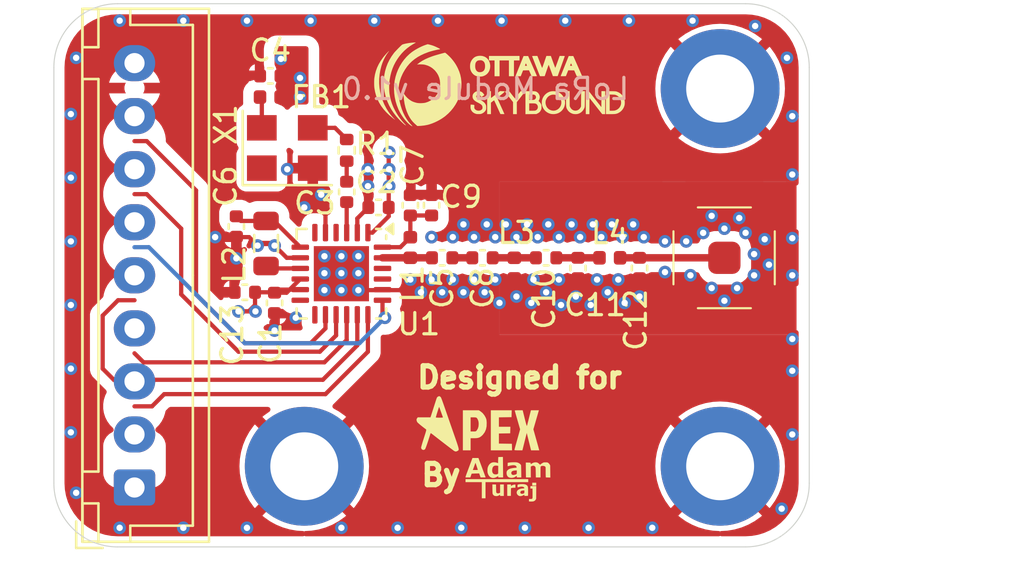
<source format=kicad_pcb>
(kicad_pcb (version 20241229) (generator "pcbnew") (generator_version "9.0")
  (layers (0 "F.Cu" signal) (4 "In1.Cu" signal) (6 "In2.Cu" signal) (2 "B.Cu" signal) (13 "F.Paste" user) (15 "B.Paste" user) (5 "F.SilkS" user "F.Silkscreen") (7 "B.SilkS" user "B.Silkscreen") (1 "F.Mask" user) (3 "B.Mask" user) (25 "Edge.Cuts" user))
  (net 0 "")
  (net 1 "GND")
  (net 2 "+3V3")
  (net 3 "Net-(U1-VR_PA)")
  (net 4 "Net-(U1-XTA)")
  (net 5 "Net-(C3-Pad2)")
  (net 6 "Net-(U1-VREG)")
  (net 7 "Net-(U1-RFO)")
  (net 8 "Net-(C5-Pad2)")
  (net 9 "Net-(C10-Pad1)")
  (net 10 "Net-(C10-Pad2)")
  (net 11 "/RF_CS")
  (net 12 "/RF_MISO")
  (net 13 "/RF_RESET")
  (net 14 "/RF_SCK")
  (net 15 "/RF_MOSI")
  (net 16 "Net-(U1-DCC_SW)")
  (net 17 "Net-(X1-OUT)")
  (net 19 "/RF_INT")
  (net 21 "/RF_BUSY")
  (net 26 "Net-(J1-In)")
  (net 27 "Net-(X1-Vcc)")
  (footprint "Inductor_SMD:L_0402_1005Metric" (layer "F.Cu") (at 138.9 91.66 -90)
    (property "Reference" "L3" (at -1.66 -0.1 180) (layer "F.SilkS"))
    (property "Value" "17nH")
    (pad "1" smd roundrect (at -0.485 0 270) (size 0.59 0.64) (layers "F.Cu" "F.Mask" "F.Paste") (net 9 "Net-(C10-Pad1)"))
    (pad "2" smd roundrect (at 0.485 0 270) (size 0.59 0.64) (layers "F.Cu" "F.Mask" "F.Paste") (net 1 "GND"))
  )
  (footprint "Capacitor_SMD:C_0402_1005Metric" (layer "F.Cu") (at 137.4 91.175)
    (property "Reference" "C8" (at 0 1.425 90) (layer "F.SilkS"))
    (property "Value" "1.5pF")
    (pad "1" smd roundrect (at -0.48 0) (size 0.56 0.62) (layers "F.Cu" "F.Mask" "F.Paste") (net 8 "Net-(C5-Pad2)"))
    (pad "2" smd roundrect (at 0.48 0) (size 0.56 0.62) (layers "F.Cu" "F.Mask" "F.Paste") (net 9 "Net-(C10-Pad1)"))
  )
  (footprint "Package_DFN_QFN:QFN-24-1EP_4x4mm_P0.5mm_EP2.6x2.6mm" (layer "F.Cu") (at 130.75 91.925 -90)
    (property "Reference" "U1" (at 2.375 -3.65 180) (layer "F.SilkS"))
    (property "Value" "SX1262IMLTRT")
    (pad "1" smd roundrect (at -1.9375 -1.25 270) (size 0.825 0.25) (layers "F.Cu" "F.Mask" "F.Paste") (net 2 "+3V3"))
    (pad "2" smd roundrect (at -1.9375 -0.75 270) (size 0.825 0.25) (layers "F.Cu" "F.Mask" "F.Paste") (net 1 "GND"))
    (pad "3" smd roundrect (at -1.9375 -0.25 270) (size 0.825 0.25) (layers "F.Cu" "F.Mask" "F.Paste") (net 4 "Net-(U1-XTA)"))
    (pad "4" smd roundrect (at -1.9375 0.25 270) (size 0.825 0.25) (layers "F.Cu" "F.Mask" "F.Paste"))
    (pad "5" smd roundrect (at -1.9375 0.75 270) (size 0.825 0.25) (layers "F.Cu" "F.Mask" "F.Paste") (net 1 "GND"))
    (pad "6" smd roundrect (at -1.9375 1.25 270) (size 0.825 0.25) (layers "F.Cu" "F.Mask" "F.Paste"))
    (pad "7" smd roundrect (at -1.25 1.9375 270) (size 0.25 0.825) (layers "F.Cu" "F.Mask" "F.Paste") (net 6 "Net-(U1-VREG)"))
    (pad "8" smd roundrect (at -0.75 1.9375 270) (size 0.25 0.825) (layers "F.Cu" "F.Mask" "F.Paste") (net 1 "GND"))
    (pad "9" smd roundrect (at -0.25 1.9375 270) (size 0.25 0.825) (layers "F.Cu" "F.Mask" "F.Paste") (net 16 "Net-(U1-DCC_SW)"))
    (pad "10" smd roundrect (at 0.25 1.9375 270) (size 0.25 0.825) (layers "F.Cu" "F.Mask" "F.Paste") (net 2 "+3V3"))
    (pad "11" smd roundrect (at 0.75 1.9375 270) (size 0.25 0.825) (layers "F.Cu" "F.Mask" "F.Paste") (net 2 "+3V3"))
    (pad "12" smd roundrect (at 1.25 1.9375 270) (size 0.25 0.825) (layers "F.Cu" "F.Mask" "F.Paste"))
    (pad "13" smd roundrect (at 1.9375 1.25 270) (size 0.825 0.25) (layers "F.Cu" "F.Mask" "F.Paste") (net 19 "/RF_INT"))
    (pad "14" smd roundrect (at 1.9375 0.75 270) (size 0.825 0.25) (layers "F.Cu" "F.Mask" "F.Paste") (net 21 "/RF_BUSY"))
    (pad "15" smd roundrect (at 1.9375 0.25 270) (size 0.825 0.25) (layers "F.Cu" "F.Mask" "F.Paste") (net 13 "/RF_RESET"))
    (pad "16" smd roundrect (at 1.9375 -0.25 270) (size 0.825 0.25) (layers "F.Cu" "F.Mask" "F.Paste") (net 12 "/RF_MISO"))
    (pad "17" smd roundrect (at 1.9375 -0.75 270) (size 0.825 0.25) (layers "F.Cu" "F.Mask" "F.Paste") (net 15 "/RF_MOSI"))
    (pad "18" smd roundrect (at 1.9375 -1.25 270) (size 0.825 0.25) (layers "F.Cu" "F.Mask" "F.Paste") (net 14 "/RF_SCK"))
    (pad "19" smd roundrect (at 1.25 -1.9375 270) (size 0.25 0.825) (layers "F.Cu" "F.Mask" "F.Paste") (net 11 "/RF_CS"))
    (pad "20" smd roundrect (at 0.75 -1.9375 270) (size 0.25 0.825) (layers "F.Cu" "F.Mask" "F.Paste") (net 1 "GND"))
    (pad "21" smd roundrect (at 0.25 -1.9375 270) (size 0.25 0.825) (layers "F.Cu" "F.Mask" "F.Paste"))
    (pad "22" smd roundrect (at -0.25 -1.9375 270) (size 0.25 0.825) (layers "F.Cu" "F.Mask" "F.Paste"))
    (pad "23" smd roundrect (at -0.75 -1.9375 270) (size 0.25 0.825) (layers "F.Cu" "F.Mask" "F.Paste") (net 7 "Net-(U1-RFO)"))
    (pad "24" smd roundrect (at -1.25 -1.9375 270) (size 0.25 0.825) (layers "F.Cu" "F.Mask" "F.Paste") (net 3 "Net-(U1-VR_PA)"))
    (pad "25" smd rect (at 0 0 270) (size 2.6 2.6) (property pad_prop_heatsink) (layers "F.Cu" "F.Mask") (net 1 "GND"))
  )
  (footprint "Silkscreen:ApexLogo" (layer "F.Cu") (at 138.4 98.633301)
    (property "Reference" "G***" (hide yes))
    (property "Value" "LOGO" (hide yes))
  )
  (footprint "Inductor_SMD:L_0805_2012Metric" (layer "F.Cu") (at 127.2 90.5 90)
    (property "Reference" "L2" (at -1 -1.5 270) (layer "F.SilkS"))
    (property "Value" "15uH")
    (pad "1" smd roundrect (at -1.0625 0 90) (size 0.875 1.2) (layers "F.Cu" "F.Mask" "F.Paste") (net 16 "Net-(U1-DCC_SW)"))
    (pad "2" smd roundrect (at 1.0625 0 90) (size 0.875 1.2) (layers "F.Cu" "F.Mask" "F.Paste") (net 6 "Net-(U1-VREG)"))
  )
  (footprint "Inductor_SMD:L_0402_1005Metric" (layer "F.Cu") (at 127.4 83.6 180)
    (property "Reference" "FB1" (at -2.4 0 0) (layer "F.SilkS"))
    (property "Value" "200R@100MHz")
    (pad "1" smd roundrect (at -0.485 0 180) (size 0.59 0.64) (layers "F.Cu" "F.Mask" "F.Paste") (net 2 "+3V3"))
    (pad "2" smd roundrect (at 0.485 0 180) (size 0.59 0.64) (layers "F.Cu" "F.Mask" "F.Paste") (net 27 "Net-(X1-Vcc)"))
  )
  (footprint "Capacitor_SMD:C_0402_1005Metric" (layer "F.Cu") (at 132.5 88.8 180)
    (property "Reference" "C2" (at 0.1 1.2 180) (layer "F.SilkS"))
    (property "Value" "0.1uF")
    (pad "1" smd roundrect (at -0.48 0 180) (size 0.56 0.62) (layers "F.Cu" "F.Mask" "F.Paste") (net 2 "+3V3"))
    (pad "2" smd roundrect (at 0.48 0 180) (size 0.56 0.62) (layers "F.Cu" "F.Mask" "F.Paste") (net 1 "GND"))
  )
  (footprint "Capacitor_SMD:C_0402_1005Metric" (layer "F.Cu") (at 144.8 91.655 -90)
    (property "Reference" "C12" (at 2.445 0.18 270) (layer "F.SilkS"))
    (property "Value" "27pF")
    (pad "1" smd roundrect (at -0.48 0 270) (size 0.56 0.62) (layers "F.Cu" "F.Mask" "F.Paste") (net 26 "Net-(J1-In)"))
    (pad "2" smd roundrect (at 0.48 0 270) (size 0.56 0.62) (layers "F.Cu" "F.Mask" "F.Paste") (net 1 "GND"))
  )
  (footprint "Capacitor_SMD:C_0402_1005Metric" (layer "F.Cu") (at 135 88.7 -90)
    (property "Reference" "C9" (at -0.4 -1.4 180) (layer "F.SilkS"))
    (property "Value" "47nF")
    (pad "1" smd roundrect (at -0.48 0 270) (size 0.56 0.62) (layers "F.Cu" "F.Mask" "F.Paste") (net 1 "GND"))
    (pad "2" smd roundrect (at 0.48 0 270) (size 0.56 0.62) (layers "F.Cu" "F.Mask" "F.Paste") (net 3 "Net-(U1-VR_PA)"))
  )
  (footprint "MountingHole:MountingHole_3.2mm_M3_DIN965_Pad" (layer "F.Cu") (at 148.6 83.2)
    (property "Reference" "REF**" (hide yes))
    (property "Value" "MountingHole_3.2mm_M3_DIN965_Pad")
    (pad "1" thru_hole circle (at 0 0) (size 5.6 5.6) (drill 3.2) (layers "*.Cu" "*.Mask") (net 1 "GND"))
  )
  (footprint "Capacitor_SMD:C_0402_1005Metric" (layer "F.Cu") (at 127.6 93.3 -90)
    (property "Reference" "C1" (at 1.9 0.2 90) (layer "F.SilkS"))
    (property "Value" "0.1uF")
    (pad "1" smd roundrect (at -0.48 0 270) (size 0.56 0.62) (layers "F.Cu" "F.Mask" "F.Paste") (net 2 "+3V3"))
    (pad "2" smd roundrect (at 0.48 0 270) (size 0.56 0.62) (layers "F.Cu" "F.Mask" "F.Paste") (net 1 "GND"))
  )
  (footprint "Connector_Coaxial:SMA_Molex_0732511353_Vertical" (layer "F.Cu") (at 148.8 91.175)
    (property "Reference" "J1" (hide yes))
    (property "Value" "Conn_Coaxial")
    (pad "1" smd roundrect (at 0 0) (size 1.52 1.52) (layers "F.Cu" "F.Mask" "F.Paste") (net 26 "Net-(J1-In)"))
    (pad "2" smd roundrect (at -2.375 -2.375) (size 1.905 1.905) (layers "F.Cu" "F.Mask" "F.Paste") (net 1 "GND"))
    (pad "2" smd roundrect (at -2.375 2.375) (size 1.905 1.905) (layers "F.Cu" "F.Mask" "F.Paste") (net 1 "GND"))
    (pad "2" smd roundrect (at 2.375 -2.375) (size 1.905 1.905) (layers "F.Cu" "F.Mask" "F.Paste") (net 1 "GND"))
    (pad "2" smd roundrect (at 2.375 2.375) (size 1.905 1.905) (layers "F.Cu" "F.Mask" "F.Paste") (net 1 "GND"))
  )
  (footprint "Capacitor_SMD:C_0402_1005Metric" (layer "F.Cu") (at 134 88.7 -90)
    (property "Reference" "C7" (at -1.9 -0.1 270) (layer "F.SilkS"))
    (property "Value" "47pF")
    (pad "1" smd roundrect (at -0.48 0 270) (size 0.56 0.62) (layers "F.Cu" "F.Mask" "F.Paste") (net 1 "GND"))
    (pad "2" smd roundrect (at 0.48 0 270) (size 0.56 0.62) (layers "F.Cu" "F.Mask" "F.Paste") (net 3 "Net-(U1-VR_PA)"))
  )
  (footprint "Capacitor_SMD:C_0402_1005Metric" (layer "F.Cu") (at 125.8 89.7 -90)
    (property "Reference" "C6" (at -1.9 0.5 270) (layer "F.SilkS"))
    (property "Value" "0.47uF")
    (pad "1" smd roundrect (at -0.48 0 270) (size 0.56 0.62) (layers "F.Cu" "F.Mask" "F.Paste") (net 6 "Net-(U1-VREG)"))
    (pad "2" smd roundrect (at 0.48 0 270) (size 0.56 0.62) (layers "F.Cu" "F.Mask" "F.Paste") (net 1 "GND"))
  )
  (footprint "Resistor_SMD:R_0402_1005Metric" (layer "F.Cu") (at 131 86.11 -90)
    (property "Reference" "R1" (at -0.31 -1.4 0) (layer "F.SilkS"))
    (property "Value" "220R")
    (pad "1" smd roundrect (at -0.51 0 270) (size 0.54 0.64) (layers "F.Cu" "F.Mask" "F.Paste") (net 17 "Net-(X1-OUT)"))
    (pad "2" smd roundrect (at 0.51 0 270) (size 0.54 0.64) (layers "F.Cu" "F.Mask" "F.Paste") (net 5 "Net-(C3-Pad2)"))
  )
  (footprint "Oscillator:Oscillator_SMD_SeikoEpson_SG8002CE-4Pin_3.2x2.5mm" (layer "F.Cu") (at 128.2 86)
    (property "Reference" "X1" (at -2.9 -1.1 90) (layer "F.SilkS"))
    (property "Value" "32MHz")
    (pad "1" smd rect (at -1.2 0.95) (size 1.4 1.2) (layers "F.Cu" "F.Mask" "F.Paste"))
    (pad "2" smd rect (at 1.2 0.95) (size 1.4 1.2) (layers "F.Cu" "F.Mask" "F.Paste") (net 1 "GND"))
    (pad "3" smd rect (at 1.2 -0.95) (size 1.4 1.2) (layers "F.Cu" "F.Mask" "F.Paste") (net 17 "Net-(X1-OUT)"))
    (pad "4" smd rect (at -1.2 -0.95) (size 1.4 1.2) (layers "F.Cu" "F.Mask" "F.Paste") (net 27 "Net-(X1-Vcc)"))
  )
  (footprint "Inductor_SMD:L_0402_1005Metric" (layer "F.Cu") (at 143.4 91.175)
    (property "Reference" "L4" (at 0 -1.17 0) (layer "F.SilkS"))
    (property "Value" "10nH")
    (pad "1" smd roundrect (at -0.485 0) (size 0.59 0.64) (layers "F.Cu" "F.Mask" "F.Paste") (net 10 "Net-(C10-Pad2)"))
    (pad "2" smd roundrect (at 0.485 0) (size 0.59 0.64) (layers "F.Cu" "F.Mask" "F.Paste") (net 26 "Net-(J1-In)"))
  )
  (footprint "Capacitor_SMD:C_0402_1005Metric" (layer "F.Cu") (at 140.4 91.175)
    (property "Reference" "C10" (at -0.1 1.925 90) (layer "F.SilkS"))
    (property "Value" "3.9pF")
    (pad "1" smd roundrect (at -0.48 0) (size 0.56 0.62) (layers "F.Cu" "F.Mask" "F.Paste") (net 9 "Net-(C10-Pad1)"))
    (pad "2" smd roundrect (at 0.48 0) (size 0.56 0.62) (layers "F.Cu" "F.Mask" "F.Paste") (net 10 "Net-(C10-Pad2)"))
  )
  (footprint "Capacitor_SMD:C_0402_1005Metric" (layer "F.Cu") (at 141.9 91.655 90)
    (property "Reference" "C11" (at -1.745 0.8 180) (layer "F.SilkS"))
    (property "Value" "27pF")
    (pad "1" smd roundrect (at -0.48 0 90) (size 0.56 0.62) (layers "F.Cu" "F.Mask" "F.Paste") (net 1 "GND"))
    (pad "2" smd roundrect (at 0.48 0 90) (size 0.56 0.62) (layers "F.Cu" "F.Mask" "F.Paste") (net 10 "Net-(C10-Pad2)"))
  )
  (footprint "Symbol:Logo" (layer "F.Cu") (at 138.6 101.6)
    (property "Reference" "G***" (hide yes))
    (property "Value" "LOGO" (hide yes))
  )
  (footprint "Capacitor_SMD:C_0402_1005Metric" (layer "F.Cu") (at 126.2 92.8 180)
    (property "Reference" "C13" (at 0.6 -2 270) (layer "F.SilkS"))
    (property "Value" "10uF")
    (pad "1" smd roundrect (at -0.48 0 180) (size 0.56 0.62) (layers "F.Cu" "F.Mask" "F.Paste") (net 2 "+3V3"))
    (pad "2" smd roundrect (at 0.48 0 180) (size 0.56 0.62) (layers "F.Cu" "F.Mask" "F.Paste") (net 1 "GND"))
  )
  (footprint "Silkscreen:TeamLogo" (layer "F.Cu") (at 138.589182 84.258461)
    (property "Reference" "G***" (hide yes))
    (property "Value" "LOGO" (hide yes))
  )
  (footprint "Inductor_SMD:L_0402_1005Metric" (layer "F.Cu") (at 134 90.69 -90)
    (property "Reference" "L1" (at 1.71 -0.1 90) (layer "F.SilkS"))
    (property "Value" "47nH")
    (pad "1" smd roundrect (at -0.485 0 270) (size 0.59 0.64) (layers "F.Cu" "F.Mask" "F.Paste") (net 3 "Net-(U1-VR_PA)"))
    (pad "2" smd roundrect (at 0.485 0 270) (size 0.59 0.64) (layers "F.Cu" "F.Mask" "F.Paste") (net 7 "Net-(U1-RFO)"))
  )
  (footprint "Capacitor_SMD:C_0402_1005Metric" (layer "F.Cu") (at 131 88.07 90)
    (property "Reference" "C3" (at -0.53 -1.5 0) (layer "F.SilkS"))
    (property "Value" "10pF")
    (pad "1" smd roundrect (at -0.48 0 90) (size 0.56 0.62) (layers "F.Cu" "F.Mask" "F.Paste") (net 4 "Net-(U1-XTA)"))
    (pad "2" smd roundrect (at 0.48 0 90) (size 0.56 0.62) (layers "F.Cu" "F.Mask" "F.Paste") (net 5 "Net-(C3-Pad2)"))
  )
  (footprint "MountingHole:MountingHole_3.2mm_M3_DIN965_Pad" (layer "F.Cu") (at 129 101)
    (property "Reference" "REF**" (hide yes))
    (property "Value" "MountingHole_3.2mm_M3_DIN965_Pad")
    (pad "1" thru_hole circle (at 0 0) (size 5.6 5.6) (drill 3.2) (layers "*.Cu" "*.Mask") (net 1 "GND"))
  )
  (footprint "MountingHole:MountingHole_3.2mm_M3_DIN965_Pad" (layer "F.Cu") (at 148.6 101)
    (property "Reference" "REF**" (hide yes))
    (property "Value" "MountingHole_3.2mm_M3_DIN965_Pad")
    (pad "1" thru_hole circle (at 0 0) (size 5.6 5.6) (drill 3.2) (layers "*.Cu" "*.Mask") (net 1 "GND"))
  )
  (footprint "Capacitor_SMD:C_0402_1005Metric" (layer "F.Cu") (at 135.5 91.175)
    (property "Reference" "C5" (at 0 1.425 270) (layer "F.SilkS"))
    (property "Value" "10pF")
    (pad "1" smd roundrect (at -0.48 0) (size 0.56 0.62) (layers "F.Cu" "F.Mask" "F.Paste") (net 7 "Net-(U1-RFO)"))
    (pad "2" smd roundrect (at 0.48 0) (size 0.56 0.62) (layers "F.Cu" "F.Mask" "F.Paste") (net 8 "Net-(C5-Pad2)"))
  )
  (footprint "Capacitor_SMD:C_0402_1005Metric" (layer "F.Cu") (at 127.4 82.6 180)
    (property "Reference" "C4" (at 0 1.2 0) (layer "F.SilkS"))
    (property "Value" "0.1uF")
    (pad "1" smd roundrect (at -0.48 0 180) (size 0.56 0.62) (layers "F.Cu" "F.Mask" "F.Paste") (net 2 "+3V3"))
    (pad "2" smd roundrect (at 0.48 0 180) (size 0.56 0.62) (layers "F.Cu" "F.Mask" "F.Paste") (net 1 "GND"))
  )
  (footprint "Connector_JST:JST_XH_B9B-XH-A_1x09_P2.50mm_Vertical" (layer "F.Cu") (at 121 102 90)
    (property "Reference" "J2" (hide yes))
    (property "Value" "Conn_MB")
    (pad "1" thru_hole roundrect (at 0 0 90) (size 1.7 1.95) (drill 0.95) (layers "*.Cu" "*.Mask") (roundrect_rratio 0.147059) (net 2 "+3V3"))
    (pad "2" thru_hole oval (at 2.5 0 90) (size 1.7 1.95) (drill 0.95) (layers "*.Cu" "*.Mask") (net 14 "/RF_SCK"))
    (pad "3" thru_hole oval (at 5 0 90) (size 1.7 1.95) (drill 0.95) (layers "*.Cu" "*.Mask") (net 12 "/RF_MISO"))
    (pad "4" thru_hole oval (at 7.5 0 90) (size 1.7 1.95) (drill 0.95) (layers "*.Cu" "*.Mask") (net 15 "/RF_MOSI"))
    (pad "5" thru_hole oval (at 10 0 90) (size 1.7 1.95) (drill 0.95) (layers "*.Cu" "*.Mask") (net 11 "/RF_CS"))
    (pad "6" thru_hole oval (at 12.5 0 90) (size 1.7 1.95) (drill 0.95) (layers "*.Cu" "*.Mask") (net 13 "/RF_RESET"))
    (pad "7" thru_hole oval (at 15 0 90) (size 1.7 1.95) (drill 0.95) (layers "*.Cu" "*.Mask") (net 21 "/RF_BUSY"))
    (pad "8" thru_hole oval (at 17.5 0 90) (size 1.7 1.95) (drill 0.95) (layers "*.Cu" "*.Mask") (net 19 "/RF_INT"))
    (pad "9" thru_hole oval (at 20 0 90) (size 1.7 1.95) (drill 0.95) (layers "*.Cu" "*.Mask") (net 1 "GND"))
  )
  (gr_line (start 120.2 104.8) (end 149.8 104.8) (stroke (width 0.05)) (layer "Edge.Cuts"))
  (gr_line (start 120.2 79.2) (end 149.8 79.2) (stroke (width 0.05)) (layer "Edge.Cuts"))
  (gr_arc (start 120.2 104.8) (mid 118.07868 103.92132) (end 117.2 101.8) (stroke (width 0.05)) (layer "Edge.Cuts"))
  (gr_arc (start 152.8 101.8) (mid 151.92132 103.92132) (end 149.8 104.8) (stroke (width 0.05)) (layer "Edge.Cuts"))
  (gr_arc (start 149.8 79.2) (mid 151.92132 80.07868) (end 152.8 82.2) (stroke (width 0.05)) (layer "Edge.Cuts"))
  (gr_line (start 117.2 82.2) (end 117.2 101.8) (stroke (width 0.05)) (layer "Edge.Cuts"))
  (gr_line (start 152.8 82.2) (end 152.8 101.8) (stroke (width 0.05)) (layer "Edge.Cuts"))
  (gr_arc (start 117.2 82.2) (mid 118.07868 80.07868) (end 120.2 79.2) (stroke (width 0.05)) (layer "Edge.Cuts"))
  (gr_text "Designed for" (at 134.2 97.4 0) (layer "F.SilkS") (effects (font (size 1 1) (thickness 0.25) (bold yes)) (justify left bottom)))
  (gr_text "By" (at 134.4 102 0) (layer "F.SilkS") (effects (font (size 1 1) (thickness 0.25) (bold yes)) (justify left bottom)))
  (gr_text "LoRa Module v1.0" (at 144.4 83.8 0) (layer "B.SilkS") (effects (font (size 1 1)) (justify left bottom mirror)))
  (segment (start 132 88.78) (end 132.02 88.8) (width 0.2) (layer "F.Cu") (net 1))
  (segment (start 131.5 89.9875) (end 131.5 89.32) (width 0.2) (layer "F.Cu") (net 1))
  (segment (start 128.175 91.175) (end 127.6 90.6) (width 0.2) (layer "F.Cu") (net 1))
  (segment (start 132 87) (end 132 88.78) (width 0.2) (layer "F.Cu") (net 1))
  (segment (start 126.4 90.2) (end 126.8 90.6) (width 0.2) (layer "F.Cu") (net 1))
  (segment (start 130 88.4) (end 129.8 88.2) (width 0.2) (layer "F.Cu") (net 1))
  (segment (start 131.55 92.7) (end 133.5 92.7) (width 0.2) (layer "F.Cu") (net 1))
  (segment (start 131.5 89.32) (end 132.02 88.8) (width 0.2) (layer "F.Cu") (net 1))
  (segment (start 124.8 90.2) (end 126.4 90.2) (width 0.2) (layer "F.Cu") (net 1))
  (segment (start 133.5 92.7) (end 134 92.2) (width 0.2) (layer "F.Cu") (net 1))
  (segment (start 130 89.9875) (end 130 88.4) (width 0.2) (layer "F.Cu") (net 1))
  (segment (start 128.8125 91.175) (end 128.175 91.175) (width 0.2) (layer "F.Cu") (net 1))
  (via (at 141.8 93) (size 0.6) (drill 0.3) (layers "F.Cu" "B.Cu") (net 1))
  (via (at 126.8 90.6) (size 0.6) (drill 0.3) (layers "F.Cu" "B.Cu") (net 1))
  (via (at 142.4 103.9) (size 0.6) (drill 0.3) (layers "F.Cu" "B.Cu") (net 1))
  (via (at 127.6 94.6) (size 0.6) (drill 0.3) (layers "F.Cu" "B.Cu") (net 1))
  (via (at 138.2 93.3) (size 0.6) (drill 0.3) (layers "F.Cu" "B.Cu") (net 1))
  (via (at 143 90.2) (size 0.6) (drill 0.3) (layers "F.Cu" "B.Cu") (net 1))
  (via (at 152 87.25) (size 0.6) (drill 0.3) (layers "F.Cu" "B.Cu") (net 1))
  (via (at 137.5 92.8) (size 0.6) (drill 0.3) (layers "F.Cu" "B.Cu") (net 1))
  (via (at 152 84.5) (size 0.6) (drill 0.3) (layers "F.Cu" "B.Cu") (net 1))
  (via (at 126.3 80) (size 0.6) (drill 0.3) (layers "F.Cu" "B.Cu") (net 1))
  (via (at 144 90.2) (size 0.6) (drill 0.3) (layers "F.Cu" "B.Cu") (net 1))
  (via (at 141 90.2) (size 0.6) (drill 0.3) (layers "F.Cu" "B.Cu") (net 1))
  (via (at 131.55 91.1) (size 0.6) (drill 0.3) (layers "F.Cu" "B.Cu") (net 1))
  (via (at 136 92.2) (size 0.6) (drill 0.3) (layers "F.Cu" "B.Cu") (net 1))
  (via (at 145 90.2) (size 0.6) (drill 0.3) (layers "F.Cu" "B.Cu") (net 1))
  (via (at 152 99.5) (size 0.6) (drill 0.3) (layers "F.Cu" "B.Cu") (net 1))
  (via (at 138.5 89.6) (size 0.6) (drill 0.3) (layers "F.Cu" "B.Cu") (net 1))
  (via (at 146 90.4) (size 0.6) (drill 0.3) (layers "F.Cu" "B.Cu") (net 1))
  (via (at 120.3 80) (size 0.6) (drill 0.3) (layers "F.Cu" "B.Cu") (net 1))
  (via (at 132 87) (size 0.6) (drill 0.3) (layers "F.Cu" "B.Cu") (net 1))
  (via (at 142 90.2) (size 0.6) (drill 0.3) (layers "F.Cu" "B.Cu") (net 1))
  (via (at 129.95 91.9) (size 0.6) (drill 0.3) (layers "F.Cu" "B.Cu") (net 1))
  (via (at 139.4 103.9) (size 0.6) (drill 0.3) (layers "F.Cu" "B.Cu") (net 1))
  (via (at 137.6 89.6) (size 0.6) (drill 0.3) (layers "F.Cu" "B.Cu") (net 1))
  (via (at 145.4 103.9) (size 0.6) (drill 0.3) (layers "F.Cu" "B.Cu") (net 1))
  (via (at 118 96.4) (size 0.6) (drill 0.3) (layers "F.Cu" "B.Cu") (net 1))
  (via (at 135.3 80) (size 0.6) (drill 0.3) (layers "F.Cu" "B.Cu") (net 1))
  (via (at 141.3 80) (size 0.6) (drill 0.3) (layers "F.Cu" "B.Cu") (net 1))
  (via (at 132 87.8) (size 0.6) (drill 0.3) (layers "F.Cu" "B.Cu") (net 1))
  (via (at 123.3 80) (size 0.6) (drill 0.3) (layers "F.Cu" "B.Cu") (net 1))
  (via (at 148.2 92.6) (size 0.6) (drill 0.3) (layers "F.Cu" "B.Cu") (net 1))
  (via (at 140.5 89.6) (size 0.6) (drill 0.3) (layers "F.Cu" "B.Cu") (net 1))
  (via (at 140 90.2) (size 0.6) (drill 0.3) (layers "F.Cu" "B.Cu") (net 1))
  (via (at 127.6 90.6) (size 0.6) (drill 0.3) (layers "F.Cu" "B.Cu") (net 1))
  (via (at 152 90.25) (size 0.6) (drill 0.3) (layers "F.Cu" "B.Cu") (net 1))
  (via (at 124.8 90.2) (size 0.6) (drill 0.3) (layers "F.Cu" "B.Cu") (net 1))
  (via (at 147.3 80) (size 0.6) (drill 0.3) (layers "F.Cu" "B.Cu") (net 1))
  (via (at 138.3 80) (size 0.6) (drill 0.3) (layers "F.Cu" "B.Cu") (net 1))
  (via (at 136 90.2) (size 0.6) (drill 0.3) (layers "F.Cu" "B.Cu") (net 1))
  (via (at 152 95) (size 0.6) (drill 0.3) (layers "F.Cu" "B.Cu") (net 1))
  (via (at 118 99.4) (size 0.6) (drill 0.3) (layers "F.Cu" "B.Cu") (net 1))
  (via (at 146 91.84965) (size 0.6) (drill 0.3) (layers "F.Cu" "B.Cu") (net 1))
  (via (at 143.3 92.8) (size 0.6) (drill 0.3) (layers "F.Cu" "B.Cu") (net 1))
  (via (at 135 90.2) (size 0.6) (drill 0.3) (layers "F.Cu" "B.Cu") (net 1))
  (via (at 118 84.4) (size 0.6) (drill 0.3) (layers "F.Cu" "B.Cu") (net 1))
  (via (at 148.8 93.2) (size 0.6) (drill 0.3) (layers "F.Cu" "B.Cu") (net 1))
  (via (at 149.4 92.6) (size 0.6) (drill 0.3) (layers "F.Cu" "B.Cu") (net 1))
  (via (at 147.2 92) (size 0.6) (drill 0.3) (layers "F.Cu" "B.Cu") (net 1))
  (via (at 143.8 92.2) (size 0.6) (drill 0.3) (layers "F.Cu" "B.Cu") (net 1))
  (via (at 129.95 91.1) (size 0.6) (drill 0.3) (layers "F.Cu" "B.Cu") (net 1))
  (via (at 129 88.8) (size 0.6) (drill 0.3) (layers "F.Cu" "B.Cu") (net 1))
  (via (at 118 90.4) (size 0.6) (drill 0.3) (layers "F.Cu" "B.Cu") (net 1))
  (via (at 150.2 91) (size 0.6) (drill 0.3) (layers "F.Cu" "B.Cu") (net 1))
  (via (at 126.3 103.9) (size 0.6) (drill 0.3) (layers "F.Cu" "B.Cu") (net 1))
  (via (at 147.8 90) (size 0.6) (drill 0.3) (layers "F.Cu" "B.Cu") (net 1))
  (via (at 141.6 89.6) (size 0.6) (drill 0.3) (layers "F.Cu" "B.Cu") (net 1))
  (via (at 151.5 103) (size 0.6) (drill 0.3) (layers "F.Cu" "B.Cu") (net 1))
  (via (at 144.1 93.3) (size 0.6) (drill 0.3) (layers "F.Cu" "B.Cu") (net 1))
  (via (at 142.6 89.6) (size 0.6) (drill 0.3) (layers "F.Cu" "B.Cu") (net 1))
  (via (at 147 90.4) (size 0.6) (drill 0.3) (layers "F.Cu" "B.Cu") (net 1))
  (via (at 130.75 103.9) (size 0.6) (drill 0.3) (layers "F.Cu" "B.Cu") (net 1))
  (via (at 150.7 90.3) (size 0.6) (drill 0.3) (layers "F.Cu" "B.Cu") (net 1))
  (via (at 133.4 103.9) (size 0.6) (drill 0.3) (layers "F.Cu" "B.Cu") (net 1))
  (via (at 151.75 81.75) (size 0.6) (drill 0.3) (layers "F.Cu" "B.Cu") (net 1))
  (via (at 130.75 91.9) (size 0.6) (drill 0.3) (layers "F.Cu" "B.Cu") (net 1))
  (via (at 129.3 80) (size 0.6) (drill 0.3) (layers "F.Cu" "B.Cu") (net 1))
  (via (at 130.75 92.7) (size 0.6) (drill 0.3) (layers "F.Cu" "B.Cu") (net 1))
  (via (at 139.7 93.3) (size 0.6) (drill 0.3) (layers "F.Cu" "B.Cu") (net 1))
  (via (at 143.5 89.6) (size 0.6) (drill 0.3) (layers "F.Cu" "B.Cu") (net 1))
  (via (at 125.8 91.2) (size 0.6) (drill 0.3) (layers "F.Cu" "B.Cu") (net 1))
  (via (at 139 93) (size 0.6) (drill 0.3) (layers "F.Cu" "B.Cu") (net 1))
  (via (at 132.3 80) (size 0.6) (drill 0.3) (layers "F.Cu" "B.Cu") (net 1))
  (via (at 128.6 94) (size 0.6) (drill 0.3) (layers "F.Cu" "B.Cu") (net 1))
  (via (at 130.75 91.1) (size 0.6) (drill 0.3) (layers "F.Cu" "B.Cu") (net 1))
  (via (at 139 90.2) (size 0.6) (drill 0.3) (layers "F.Cu" "B.Cu") (net 1))
  (via (at 150.25 80.25) (size 0.6) (drill 0.3) (layers "F.Cu" "B.Cu") (net 1))
  (via (at 150.2 92) (size 0.6) (drill 0.3) (layers "F.Cu" "B.Cu") (net 1))
  (via (at 134 92.2) (size 0.6) (drill 0.3) (layers "F.Cu" "B.Cu") (net 1))
  (via (at 144.3 80) (size 0.6) (drill 0.3) (layers "F.Cu" "B.Cu") (net 1))
  (via (at 135.5 92.8) (size 0.6) (drill 0.3) (layers "F.Cu" "B.Cu") (net 1))
  (via (at 148.8 89.8) (size 0.6) (drill 0.3) (layers "F.Cu" "B.Cu") (net 1))
  (via (at 138 90.2) (size 0.6) (drill 0.3) (layers "F.Cu" "B.Cu") (net 1))
  (via (at 120.3 103.9) (size 0.6) (drill 0.3) (layers "F.Cu" "B.Cu") (net 1))
  (via (at 136.5 89.6) (size 0.6) (drill 0.3) (layers "F.Cu" "B.Cu") (net 1))
  (via (at 135 92.2) (size 0.6) (drill 0.3) (layers "F.Cu" "B.Cu") (net 1))
  (via (at 142.8 92.2) (size 0.6) (drill 0.3) (layers "F.Cu" "B.Cu") (net 1))
  (via (at 134.5 92.8) (size 0.6) (drill 0.3) (layers "F.Cu" "B.Cu") (net 1))
  (via (at 144.8 93) (size 0.6) (drill 0.3) (layers "F.Cu" "B.Cu") (net 1))
  (via (at 139.8 92.2) (size 0.6) (drill 0.3) (layers "F.Cu" "B.Cu") (net 1))
  (via (at 138 92.2) (size 0.6) (drill 0.3) (layers "F.Cu" "B.Cu") (net 1))
  (via (at 142.5 93.4) (size 0.6) (drill 0.3) (layers "F.Cu" "B.Cu") (net 1))
  (via (at 137 90.2) (size 0.6) (drill 0.3) (layers "F.Cu" "B.Cu") (net 1))
  (via (at 150.9 91.5) (size 0.6) (drill 0.3) (layers "F.Cu" "B.Cu") (net 1))
  (via (at 149.5 89.3) (size 0.6) (drill 0.3) (layers "F.Cu" "B.Cu") (net 1))
  (via (at 118 87.4) (size 0.6) (drill 0.3) (layers "F.Cu" "B.Cu") (net 1))
  (via (at 136.5 92.8) (size 0.6) (drill 0.3) (layers "F.Cu" "B.Cu") (net 1))
  (via (at 118.25 102.25) (size 0.6) (drill 0.3) (layers "F.Cu" "B.Cu") (net 1))
  (via (at 131.55 91.9) (size 0.6) (drill 0.3) (layers "F.Cu" "B.Cu") (net 1))
  (via (at 139.5 89.6) (size 0.6) (drill 0.3) (layers "F.Cu" "B.Cu") (net 1))
  (via (at 136.4 103.9) (size 0.6) (drill 0.3) (layers "F.Cu" "B.Cu") (net 1))
  (via (at 129.95 92.7) (size 0.6) (drill 0.3) (layers "F.Cu" "B.Cu") (net 1))
  (via (at 137 92.2) (size 0.6) (drill 0.3) (layers "F.Cu" "B.Cu") (net 1))
  (via (at 140.4 92.8) (size 0.6) (drill 0.3) (layers "F.Cu" "B.Cu") (net 1))
  (via (at 148.2 89.2) (size 0.6) (drill 0.3) (layers "F.Cu" "B.Cu") (net 1))
  (via (at 149.8 90) (size 0.6) (drill 0.3) (layers "F.Cu" "B.Cu") (net 1))
  (via (at 152 96.5) (size 0.6) (drill 0.3) (layers "F.Cu" "B.Cu") (net 1))
  (via (at 141 92.2) (size 0.6) (drill 0.3) (layers "F.Cu" "B.Cu") (net 1))
  (via (at 141.1 93.4) (size 0.6) (drill 0.3) (layers "F.Cu" "B.Cu") (net 1))
  (via (at 118.25 81.75) (size 0.6) (drill 0.3) (layers "F.Cu" "B.Cu") (net 1))
  (via (at 123.3 103.9) (size 0.6) (drill 0.3) (layers "F.Cu" "B.Cu") (net 1))
  (via (at 128.2 87) (size 0.6) (drill 0.3) (layers "F.Cu" "B.Cu") (net 1))
  (via (at 118 93.4) (size 0.6) (drill 0.3) (layers "F.Cu" "B.Cu") (net 1))
  (via (at 152 92) (size 0.6) (drill 0.3) (layers "F.Cu" "B.Cu") (net 1))
  (via (at 131.55 92.7) (size 0.6) (drill 0.3) (layers "F.Cu" "B.Cu") (net 1))
  (via (at 129.8 88.2) (size 0.6) (drill 0.3) (layers "F.Cu" "B.Cu") (net 1))
  (via (at 144.5 89.6) (size 0.6) (drill 0.3) (layers "F.Cu" "B.Cu") (net 1))
  (segment (start 125.9 93.7) (end 126.38 93.7) (width 0.2) (layer "F.Cu") (net 2))
  (segment (start 126.7 93.7) (end 126.68 93.68) (width 0.2) (layer "F.Cu") (net 2))
  (segment (start 133 88.78) (end 132.98 88.8) (width 0.2) (layer "F.Cu") (net 2))
  (segment (start 126.68 92.8) (end 126.68 93.4) (width 0.2) (layer "F.Cu") (net 2))
  (segment (start 127.58 92.8) (end 127.6 92.82) (width 0.2) (layer "F.Cu") (net 2))
  (segment (start 132.2125 89.9875) (end 132 89.9875) (width 0.2) (layer "F.Cu") (net 2))
  (segment (start 132.98 88.8) (end 132.98 89.22) (width 0.2) (layer "F.Cu") (net 2))
  (segment (start 128.1675 92.82) (end 128.8125 92.175) (width 0.2) (layer "F.Cu") (net 2))
  (segment (start 132.98 86.22) (end 132.98 88.8) (width 0.2) (layer "F.Cu") (net 2))
  (segment (start 127.6 92.82) (end 128.1675 92.82) (width 0.2) (layer "F.Cu") (net 2))
  (segment (start 126.38 93.7) (end 126.68 93.4) (width 0.2) (layer "F.Cu") (net 2))
  (segment (start 127.745 92.675) (end 128.8125 92.675) (width 0.2) (layer "F.Cu") (net 2))
  (segment (start 127.6 92.82) (end 127.745 92.675) (width 0.2) (layer "F.Cu") (net 2))
  (segment (start 133 86.2) (end 132.98 86.22) (width 0.2) (layer "F.Cu") (net 2))
  (segment (start 125.9 93.7) (end 126.7 93.7) (width 0.2) (layer "F.Cu") (net 2))
  (segment (start 132.98 89.22) (end 132.2125 89.9875) (width 0.2) (layer "F.Cu") (net 2))
  (segment (start 126.68 92.8) (end 127.58 92.8) (width 0.2) (layer "F.Cu") (net 2))
  (segment (start 126.68 93.68) (end 126.68 93.4) (width 0.2) (layer "F.Cu") (net 2))
  (via (at 133 87) (size 0.6) (drill 0.3) (layers "F.Cu" "B.Cu") (net 2))
  (via (at 128.8 82.7) (size 0.6) (drill 0.3) (layers "F.Cu" "B.Cu") (net 2))
  (via (at 125.9 93.7) (size 0.6) (drill 0.3) (layers "F.Cu" "B.Cu") (net 2))
  (via (at 127.9 81.8) (size 0.6) (drill 0.3) (layers "F.Cu" "B.Cu") (net 2))
  (via (at 126.7 93.7) (size 0.6) (drill 0.3) (layers "F.Cu" "B.Cu") (net 2))
  (via (at 133 87.8) (size 0.6) (drill 0.3) (layers "F.Cu" "B.Cu") (net 2))
  (via (at 128.8 83.6) (size 0.6) (drill 0.3) (layers "F.Cu" "B.Cu") (net 2))
  (via (at 133 86.2) (size 0.6) (drill 0.3) (layers "F.Cu" "B.Cu") (net 2))
  (segment (start 133.53 90.675) (end 134 90.205) (width 0.2) (layer "F.Cu") (net 3))
  (segment (start 134 90.205) (end 134 89.18) (width 0.2) (layer "F.Cu") (net 3))
  (segment (start 132.6875 90.675) (end 133.53 90.675) (width 0.2) (layer "F.Cu") (net 3))
  (segment (start 134 89.18) (end 135 89.18) (width 0.2) (layer "F.Cu") (net 3))
  (segment (start 131 88.55) (end 131 89.9875) (width 0.2) (layer "F.Cu") (net 4))
  (segment (start 131 86.62) (end 131 87.59) (width 0.2) (layer "F.Cu") (net 5))
  (segment (start 126.0175 89.4375) (end 125.8 89.22) (width 0.2) (layer "F.Cu") (net 6))
  (segment (start 127.2 89.4375) (end 126.0175 89.4375) (width 0.2) (layer "F.Cu") (net 6))
  (segment (start 127.575 89.4375) (end 127.2 89.4375) (width 0.2) (layer "F.Cu") (net 6))
  (segment (start 128.8125 90.675) (end 127.575 89.4375) (width 0.2) (layer "F.Cu") (net 6))
  (segment (start 134 91.175) (end 135.02 91.175) (width 0.3493) (layer "F.Cu") (net 7))
  (segment (start 132.6875 91.175) (end 134 91.175) (width 0.3493) (layer "F.Cu") (net 7))
  (segment (start 135.98 91.175) (end 136.92 91.175) (width 0.3493) (layer "F.Cu") (net 8))
  (segment (start 139.92 91.175) (end 138.9 91.175) (width 0.3493) (layer "F.Cu") (net 9))
  (segment (start 137.88 91.175) (end 138.9 91.175) (width 0.3493) (layer "F.Cu") (net 9))
  (segment (start 140.88 91.175) (end 141.9 91.175) (width 0.3493) (layer "F.Cu") (net 10))
  (segment (start 141.9 91.175) (end 142.915 91.175) (width 0.3493) (layer "F.Cu") (net 10))
  (segment (start 132.6875 93.8875) (end 132.8 94) (width 0.2) (layer "F.Cu") (net 11))
  (segment (start 132.6875 93.175) (end 132.6875 93.8875) (width 0.2) (layer "F.Cu") (net 11))
  (via (at 132.8 94) (size 0.6) (drill 0.3) (layers "F.Cu" "B.Cu") (net 11))
  (segment (start 121.675 90.675) (end 121 90.675) (width 0.2) (layer "B.Cu") (net 11))
  (segment (start 126.2 95.2) (end 121.675 90.675) (width 0.2) (layer "B.Cu") (net 11))
  (segment (start 132.8 94) (end 131.6 95.2) (width 0.2) (layer "B.Cu") (net 11))
  (segment (start 131.6 95.2) (end 126.2 95.2) (width 0.2) (layer "B.Cu") (net 11))
  (segment (start 129.95 96.1) (end 131 95.05) (width 0.2) (layer "F.Cu") (net 12))
  (segment (start 121 95.675) (end 121.425 96.1) (width 0.2) (layer "F.Cu") (net 12))
  (segment (start 131 95.05) (end 131 93.8625) (width 0.2) (layer "F.Cu") (net 12))
  (segment (start 121.425 96.1) (end 129.95 96.1) (width 0.2) (layer "F.Cu") (net 12))
  (segment (start 121.575 88.175) (end 121 88.175) (width 0.2) (layer "F.Cu") (net 13))
  (segment (start 123.2 92.9) (end 123.2 89.8) (width 0.2) (layer "F.Cu") (net 13))
  (segment (start 130.5 94.834314) (end 129.734314 95.6) (width 0.2) (layer "F.Cu") (net 13))
  (segment (start 123.2 89.8) (end 121.575 88.175) (width 0.2) (layer "F.Cu") (net 13))
  (segment (start 130.5 93.8625) (end 130.5 94.834314) (width 0.2) (layer "F.Cu") (net 13))
  (segment (start 125.9 95.6) (end 123.2 92.9) (width 0.2) (layer "F.Cu") (net 13))
  (segment (start 129.734314 95.6) (end 125.9 95.6) (width 0.2) (layer "F.Cu") (net 13))
  (segment (start 121 98.175) (end 121.825 98.175) (width 0.2) (layer "F.Cu") (net 14))
  (segment (start 130 97.6) (end 132 95.6) (width 0.2) (layer "F.Cu") (net 14))
  (segment (start 121.825 98.175) (end 122.4 97.6) (width 0.2) (layer "F.Cu") (net 14))
  (segment (start 132 95.6) (end 132 93.8625) (width 0.2) (layer "F.Cu") (net 14))
  (segment (start 122.4 97.6) (end 130 97.6) (width 0.2) (layer "F.Cu") (net 14))
  (segment (start 131.5 93.8625) (end 131.5 95.3) (width 0.2) (layer "F.Cu") (net 15))
  (segment (start 119.5 93.9) (end 120.225 93.175) (width 0.2) (layer "F.Cu") (net 15))
  (segment (start 131.5 95.3) (end 129.875676 96.924324) (width 0.2) (layer "F.Cu") (net 15))
  (segment (start 120.225 93.175) (end 121 93.175) (width 0.2) (layer "F.Cu") (net 15))
  (segment (start 129.875676 96.924324) (end 120.024324 96.924324) (width 0.2) (layer "F.Cu") (net 15))
  (segment (start 119.5 96.4) (end 119.5 93.9) (width 0.2) (layer "F.Cu") (net 15))
  (segment (start 120.024324 96.924324) (end 119.5 96.4) (width 0.2) (layer "F.Cu") (net 15))
  (segment (start 127.2 91.5625) (end 127.3125 91.675) (width 0.2) (layer "F.Cu") (net 16))
  (segment (start 127.3125 91.675) (end 128.8125 91.675) (width 0.2) (layer "F.Cu") (net 16))
  (segment (start 130.45 85.05) (end 131 85.6) (width 0.2) (layer "F.Cu") (net 17))
  (segment (start 129.4 85.05) (end 130.45 85.05) (width 0.2) (layer "F.Cu") (net 17))
  (segment (start 130 93.8625) (end 130 94.5) (width 0.2) (layer "F.Cu") (net 21))
  (segment (start 123.9 92.9) (end 123.9 88) (width 0.2) (layer "F.Cu") (net 21))
  (segment (start 130 94.5) (end 129.3 95.2) (width 0.2) (layer "F.Cu") (net 21))
  (segment (start 129.3 95.2) (end 126.2 95.2) (width 0.2) (layer "F.Cu") (net 21))
  (segment (start 123.9 88) (end 121.575 85.675) (width 0.2) (layer "F.Cu") (net 21))
  (segment (start 126.2 95.2) (end 123.9 92.9) (width 0.2) (layer "F.Cu") (net 21))
  (segment (start 121.575 85.675) (end 121 85.675) (width 0.2) (layer "F.Cu") (net 21))
  (segment (start 143.885 91.175) (end 144.8 91.175) (width 0.3493) (layer "F.Cu") (net 26))
  (segment (start 144.8 91.175) (end 148.8 91.175) (width 0.3493) (layer "F.Cu") (net 26))
  (segment (start 127 83.8) (end 126.8 83.6) (width 0.2) (layer "F.Cu") (net 27))
  (segment (start 127 85.05) (end 127 83.8) (width 0.2) (layer "F.Cu") (net 27))
  (zone (net 2) (net_name "+3V3") (layer "F.Cu") (priority 4) (connect_pads yes (clearance 0.5)) (min_thickness 0.25) (fill yes (thermal_gap 0.5) (thermal_bridge_width 0.5))
    (polygon (pts (xy 127.6 81.2) (xy 127.6 84.2) (xy 129.2 84.2) (xy 129.2 81.2)))
  )
  (zone (net 1) (net_name "GND") (layer "F.Cu") (priority 3) (connect_pads yes (clearance 0.5)) (min_thickness 0.25) (fill yes (thermal_gap 0.5) (thermal_bridge_width 0.5))
    (polygon (pts (xy 152.2 94.8) (xy 152.2 87.6) (xy 138.2 87.6) (xy 138.2 94.8)))
  )
  (zone (net 1) (net_name "GND") (layers "F.Cu" "In1.Cu") (connect_pads (clearance 0.5)) (min_thickness 0.25) (fill yes (thermal_gap 0.25) (thermal_bridge_width 0.5))
    (polygon (pts (xy 152.8 104.9) (xy 117.2 104.9) (xy 117.2 79.1) (xy 152.8 79.1)))
  )
)
</source>
